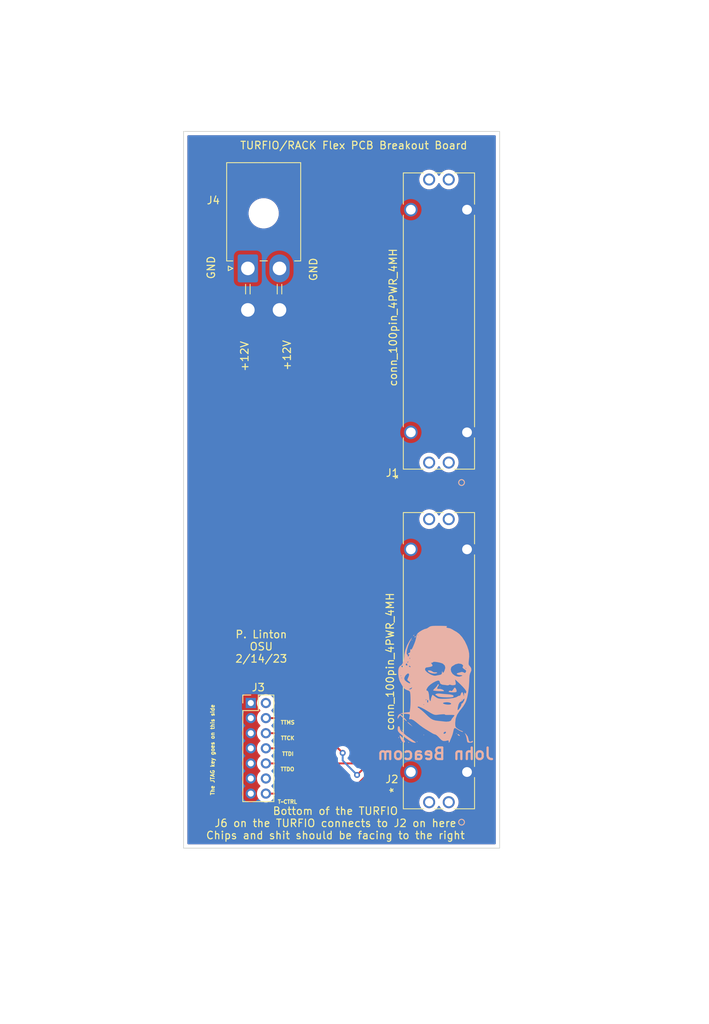
<source format=kicad_pcb>
(kicad_pcb (version 20211014) (generator pcbnew)
  (layers (0 "F.Cu" signal) (31 "B.Cu" signal) (34 "B.Paste" user) (35 "F.Paste" user) (36 "B.SilkS" user "B.Silkscreen") (37 "F.SilkS" user "F.Silkscreen") (38 "B.Mask" user) (39 "F.Mask" user) (44 "Edge.Cuts" user))
  (net 0 "")
  (net 151 "/T~CTRL")
  (net 152 "/TTDI")
  (net 153 "/TTDO")
  (net 154 "/TTCK")
  (net 155 "/TTMS")
  (net 201 "GND")
  (net 204 "+12V")
  (footprint "Silk:beacom_silkscreen_negative_v1" (layer "F.Cu") (at 107.9 124.8)
    (fp_text reference "John Beacom" (at 0.0508 9.2202) (layer "B.SilkS") (effects (font (size 1.524 1.524) (thickness 0.3)) (justify mirror)))
    (fp_text value "LOGO" hide)
  )
  (footprint "footprints:FX23-100P-0.5SV15" (layer "F.Cu") (at 108.39 76.68 90)
    (fp_text reference "J1" (at -20.1248 -6.177848) (layer "F.SilkS"))
    (fp_text value "conn_100pin_4PWR_4MH" (at 0.4752 -6.077848 90) (layer "F.SilkS"))
    (fp_text user "*" (at -20.6248 -5.377848 90) (layer "F.SilkS"))
    (pad "1" smd rect (at -12.250001 3.000002 90) (size 0.3048 1.905) (layers "F.Cu" "F.Paste" "F.Mask"))
    (pad "2" smd rect (at -11.749999 3.000002 90) (size 0.3048 1.905) (layers "F.Cu" "F.Paste" "F.Mask"))
    (pad "3" smd rect (at -11.25 3.000002 90) (size 0.3048 1.905) (layers "F.Cu" "F.Paste" "F.Mask"))
    (pad "4" smd rect (at -10.750001 3.000002 90) (size 0.3048 1.905) (layers "F.Cu" "F.Paste" "F.Mask"))
    (pad "5" smd rect (at -10.25 3.000002 90) (size 0.3048 1.905) (layers "F.Cu" "F.Paste" "F.Mask"))
    (pad "6" smd rect (at -9.750001 3.000002 90) (size 0.3048 1.905) (layers "F.Cu" "F.Paste" "F.Mask"))
    (pad "7" smd rect (at -9.249999 3.000002 90) (size 0.3048 1.905) (layers "F.Cu" "F.Paste" "F.Mask"))
    (pad "8" smd rect (at -8.75 3.000002 90) (size 0.3048 1.905) (layers "F.Cu" "F.Paste" "F.Mask"))
    (pad "9" smd rect (at -8.250001 3.000002 90) (size 0.3048 1.905) (layers "F.Cu" "F.Paste" "F.Mask"))
    (pad "10" smd rect (at -7.75 3.000002 90) (size 0.3048 1.905) (layers "F.Cu" "F.Paste" "F.Mask"))
    (pad "11" smd rect (at -7.250001 3.000002 90) (size 0.3048 1.905) (layers "F.Cu" "F.Paste" "F.Mask"))
    (pad "12" smd rect (at -6.749999 3.000002 90) (size 0.3048 1.905) (layers "F.Cu" "F.Paste" "F.Mask"))
    (pad "13" smd rect (at -6.25 3.000002 90) (size 0.3048 1.905) (layers "F.Cu" "F.Paste" "F.Mask"))
    (pad "14" smd rect (at -5.750001 3.000002 90) (size 0.3048 1.905) (layers "F.Cu" "F.Paste" "F.Mask"))
    (pad "15" smd rect (at -5.25 3.000002 90) (size 0.3048 1.905) (layers "F.Cu" "F.Paste" "F.Mask"))
    (pad "16" smd rect (at -4.750001 3.000002 90) (size 0.3048 1.905) (layers "F.Cu" "F.Paste" "F.Mask"))
    (pad "17" smd rect (at -4.249999 3.000002 90) (size 0.3048 1.905) (layers "F.Cu" "F.Paste" "F.Mask"))
    (pad "18" smd rect (at -3.75 3.000002 90) (size 0.3048 1.905) (layers "F.Cu" "F.Paste" "F.Mask"))
    (pad "19" smd rect (at -3.250001 3.000002 90) (size 0.3048 1.905) (layers "F.Cu" "F.Paste" "F.Mask"))
    (pad "20" smd rect (at -2.75 3.000002 90) (size 0.3048 1.905) (layers "F.Cu" "F.Paste" "F.Mask"))
    (pad "21" smd rect (at -2.250001 3.000002 90) (size 0.3048 1.905) (layers "F.Cu" "F.Paste" "F.Mask"))
    (pad "22" smd rect (at -1.749999 3.000002 90) (size 0.3048 1.905) (layers "F.Cu" "F.Paste" "F.Mask"))
    (pad "23" smd rect (at -1.25 3.000002 90) (size 0.3048 1.905) (layers "F.Cu" "F.Paste" "F.Mask"))
    (pad "24" smd rect (at -0.750001 3.000002 90) (size 0.3048 1.905) (layers "F.Cu" "F.Paste" "F.Mask"))
    (pad "25" smd rect (at -0.25 3.000002 90) (size 0.3048 1.905) (layers "F.Cu" "F.Paste" "F.Mask"))
    (pad "26" smd rect (at 0.25 3.000002 90) (size 0.3048 1.905) (layers "F.Cu" "F.Paste" "F.Mask"))
    (pad "27" smd rect (at 0.749998 3.000002 90) (size 0.3048 1.905) (layers "F.Cu" "F.Paste" "F.Mask"))
    (pad "28" smd rect (at 1.25 3.000002 90) (size 0.3048 1.905) (layers "F.Cu" "F.Paste" "F.Mask"))
    (pad "29" smd rect (at 1.749999 3.000002 90) (size 0.3048 1.905) (layers "F.Cu" "F.Paste" "F.Mask"))
    (pad "30" smd rect (at 2.250001 3.000002 90) (size 0.3048 1.905) (layers "F.Cu" "F.Paste" "F.Mask"))
    (pad "31" smd rect (at 2.75 3.000002 90) (size 0.3048 1.905) (layers "F.Cu" "F.Paste" "F.Mask"))
    (pad "32" smd rect (at 3.249999 3.000002 90) (size 0.3048 1.905) (layers "F.Cu" "F.Paste" "F.Mask"))
    (pad "33" smd rect (at 3.75 3.000002 90) (size 0.3048 1.905) (layers "F.Cu" "F.Paste" "F.Mask"))
    (pad "34" smd rect (at 4.249999 3.000002 90) (size 0.3048 1.905) (layers "F.Cu" "F.Paste" "F.Mask"))
    (pad "35" smd rect (at 4.750001 3.000002 90) (size 0.3048 1.905) (layers "F.Cu" "F.Paste" "F.Mask"))
    (pad "36" smd rect (at 5.25 3.000002 90) (size 0.3048 1.905) (layers "F.Cu" "F.Paste" "F.Mask"))
    (pad "37" smd rect (at 5.749999 3.000002 90) (size 0.3048 1.905) (layers "F.Cu" "F.Paste" "F.Mask"))
    (pad "38" smd rect (at 6.25 3.000002 90) (size 0.3048 1.905) (layers "F.Cu" "F.Paste" "F.Mask"))
    (pad "39" smd rect (at 6.749999 3.000002 90) (size 0.3048 1.905) (layers "F.Cu" "F.Paste" "F.Mask"))
    (pad "40" smd rect (at 7.250001 3.000002 90) (size 0.3048 1.905) (layers "F.Cu" "F.Paste" "F.Mask"))
    (pad "41" smd rect (at 7.75 3.000002 90) (size 0.3048 1.905) (layers "F.Cu" "F.Paste" "F.Mask"))
    (pad "42" smd rect (at 8.249999 3.000002 90) (size 0.3048 1.905) (layers "F.Cu" "F.Paste" "F.Mask"))
    (pad "43" smd rect (at 8.75 3.000002 90) (size 0.3048 1.905) (layers "F.Cu" "F.Paste" "F.Mask"))
    (pad "44" smd rect (at 9.249999 3.000002 90) (size 0.3048 1.905) (layers "F.Cu" "F.Paste" "F.Mask"))
    (pad "45" smd rect (at 9.750001 3.000002 90) (size 0.3048 1.905) (layers "F.Cu" "F.Paste" "F.Mask"))
    (pad "46" smd rect (at 10.25 3.000002 90) (size 0.3048 1.905) (layers "F.Cu" "F.Paste" "F.Mask"))
    (pad "47" smd rect (at 10.749999 3.000002 90) (size 0.3048 1.905) (layers "F.Cu" "F.Paste" "F.Mask"))
    (pad "48" smd rect (at 11.25 3.000002 90) (size 0.3048 1.905) (layers "F.Cu" "F.Paste" "F.Mask"))
    (pad "49" smd rect (at 11.749999 3.000002 90) (size 0.3048 1.905) (layers "F.Cu" "F.Paste" "F.Mask"))
    (pad "50" smd rect (at 12.250001 3.000002 90) (size 0.3048 1.905) (layers "F.Cu" "F.Paste" "F.Mask"))
    (pad "51" smd rect (at -12.250001 -3.000002 90) (size 0.3048 1.905) (layers "F.Cu" "F.Paste" "F.Mask"))
    (pad "52" smd rect (at -11.749999 -3.000002 90) (size 0.3048 1.905) (layers "F.Cu" "F.Paste" "F.Mask"))
    (pad "53" smd rect (at -11.25 -3.000002 90) (size 0.3048 1.905) (layers "F.Cu" "F.Paste" "F.Mask"))
    (pad "54" smd rect (at -10.750001 -3.000002 90) (size 0.3048 1.905) (layers "F.Cu" "F.Paste" "F.Mask"))
    (pad "55" smd rect (at -10.25 -3.000002 90) (size 0.3048 1.905) (layers "F.Cu" "F.Paste" "F.Mask"))
    (pad "56" smd rect (at -9.750001 -3.000002 90) (size 0.3048 1.905) (layers "F.Cu" "F.Paste" "F.Mask"))
    (pad "57" smd rect (at -9.249999 -3.000002 90) (size 0.3048 1.905) (layers "F.Cu" "F.Paste" "F.Mask"))
    (pad "58" smd rect (at -8.75 -3.000002 90) (size 0.3048 1.905) (layers "F.Cu" "F.Paste" "F.Mask"))
    (pad "59" smd rect (at -8.250001 -3.000002 90) (size 0.3048 1.905) (layers "F.Cu" "F.Paste" "F.Mask"))
    (pad "60" smd rect (at -7.75 -3.000002 90) (size 0.3048 1.905) (layers "F.Cu" "F.Paste" "F.Mask"))
    (pad "61" smd rect (at -7.250001 -3.000002 90) (size 0.3048 1.905) (layers "F.Cu" "F.Paste" "F.Mask"))
    (pad "62" smd rect (at -6.749999 -3.000002 90) (size 0.3048 1.905) (layers "F.Cu" "F.Paste" "F.Mask"))
    (pad "63" smd rect (at -6.25 -3.000002 90) (size 0.3048 1.905) (layers "F.Cu" "F.Paste" "F.Mask"))
    (pad "64" smd rect (at -5.750001 -3.000002 90) (size 0.3048 1.905) (layers "F.Cu" "F.Paste" "F.Mask"))
    (pad "65" smd rect (at -5.25 -3.000002 90) (size 0.3048 1.905) (layers "F.Cu" "F.Paste" "F.Mask"))
    (pad "66" smd rect (at -4.750001 -3.000002 90) (size 0.3048 1.905) (layers "F.Cu" "F.Paste" "F.Mask"))
    (pad "67" smd rect (at -4.249999 -3.000002 90) (size 0.3048 1.905) (layers "F.Cu" "F.Paste" "F.Mask"))
    (pad "68" smd rect (at -3.75 -3.000002 90) (size 0.3048 1.905) (layers "F.Cu" "F.Paste" "F.Mask"))
    (pad "69" smd rect (at -3.250001 -3.000002 90) (size 0.3048 1.905) (layers "F.Cu" "F.Paste" "F.Mask"))
    (pad "70" smd rect (at -2.75 -3.000002 90) (size 0.3048 1.905) (layers "F.Cu" "F.Paste" "F.Mask"))
    (pad "71" smd rect (at -2.250001 -3.000002 90) (size 0.3048 1.905) (layers "F.Cu" "F.Paste" "F.Mask"))
    (pad "72" smd rect (at -1.749999 -3.000002 90) (size 0.3048 1.905) (layers "F.Cu" "F.Paste" "F.Mask"))
    (pad "73" smd rect (at -1.25 -3.000002 90) (size 0.3048 1.905) (layers "F.Cu" "F.Paste" "F.Mask"))
    (pad "74" smd rect (at -0.750001 -3.000002 90) (size 0.3048 1.905) (layers "F.Cu" "F.Paste" "F.Mask"))
    (pad "75" smd rect (at -0.25 -3.000002 90) (size 0.3048 1.905) (layers "F.Cu" "F.Paste" "F.Mask"))
    (pad "76" smd rect (at 0.25 -3.000002 90) (size 0.3048 1.905) (layers "F.Cu" "F.Paste" "F.Mask"))
    (pad "77" smd rect (at 0.749998 -3.000002 90) (size 0.3048 1.905) (layers "F.Cu" "F.Paste" "F.Mask"))
    (pad "78" smd rect (at 1.25 -3.000002 90) (size 0.3048 1.905) (layers "F.Cu" "F.Paste" "F.Mask"))
    (pad "79" smd rect (at 1.749999 -3.000002 90) (size 0.3048 1.905) (layers "F.Cu" "F.Paste" "F.Mask"))
    (pad "80" smd rect (at 2.250001 -3.000002 90) (size 0.3048 1.905) (layers "F.Cu" "F.Paste" "F.Mask"))
    (pad "81" smd rect (at 2.75 -3.000002 90) (size 0.3048 1.905) (layers "F.Cu" "F.Paste" "F.Mask"))
    (pad "82" smd rect (at 3.249999 -3.000002 90) (size 0.3048 1.905) (layers "F.Cu" "F.Paste" "F.Mask"))
    (pad "83" smd rect (at 3.75 -3.000002 90) (size 0.3048 1.905) (layers "F.Cu" "F.Paste" "F.Mask"))
    (pad "84" smd rect (at 4.249999 -3.000002 90) (size 0.3048 1.905) (layers "F.Cu" "F.Paste" "F.Mask"))
    (pad "85" smd rect (at 4.750001 -3.000002 90) (size 0.3048 1.905) (layers "F.Cu" "F.Paste" "F.Mask"))
    (pad "86" smd rect (at 5.25 -3.000002 90) (size 0.3048 1.905) (layers "F.Cu" "F.Paste" "F.Mask"))
    (pad "87" smd rect (at 5.749999 -3.000002 90) (size 0.3048 1.905) (layers "F.Cu" "F.Paste" "F.Mask"))
    (pad "88" smd rect (at 6.25 -3.000002 90) (size 0.3048 1.905) (layers "F.Cu" "F.Paste" "F.Mask"))
    (pad "89" smd rect (at 6.749999 -3.000002 90) (size 0.3048 1.905) (layers "F.Cu" "F.Paste" "F.Mask"))
    (pad "90" smd rect (at 7.250001 -3.000002 90) (size 0.3048 1.905) (layers "F.Cu" "F.Paste" "F.Mask"))
    (pad "91" smd rect (at 7.75 -3.000002 90) (size 0.3048 1.905) (layers "F.Cu" "F.Paste" "F.Mask"))
    (pad "92" smd rect (at 8.249999 -3.000002 90) (size 0.3048 1.905) (layers "F.Cu" "F.Paste" "F.Mask"))
    (pad "93" smd rect (at 8.75 -3.000002 90) (size 0.3048 1.905) (layers "F.Cu" "F.Paste" "F.Mask"))
    (pad "94" smd rect (at 9.249999 -3.000002 90) (size 0.3048 1.905) (layers "F.Cu" "F.Paste" "F.Mask"))
    (pad "95" smd rect (at 9.750001 -3.000002 90) (size 0.3048 1.905) (layers "F.Cu" "F.Paste" "F.Mask"))
    (pad "96" smd rect (at 10.25 -3.000002 90) (size 0.3048 1.905) (layers "F.Cu" "F.Paste" "F.Mask"))
    (pad "97" smd rect (at 10.749999 -3.000002 90) (size 0.3048 1.905) (layers "F.Cu" "F.Paste" "F.Mask"))
    (pad "98" smd rect (at 11.25 -3.000002 90) (size 0.3048 1.905) (layers "F.Cu" "F.Paste" "F.Mask"))
    (pad "99" smd rect (at 11.749999 -3.000002 90) (size 0.3048 1.905) (layers "F.Cu" "F.Paste" "F.Mask"))
    (pad "100" smd rect (at 12.250001 -3.000002 90) (size 0.3048 1.905) (layers "F.Cu" "F.Paste" "F.Mask"))
    (pad "101" thru_hole circle (at -14.749996 3.724999 90) (size 1.8034 1.8034) (drill 1.2954) (layers *.Cu *.Mask) (net 204 "+12V"))
    (pad "102" thru_hole circle (at 14.749996 3.724999 90) (size 1.8034 1.8034) (drill 1.2954) (layers *.Cu *.Mask) (net 204 "+12V"))
    (pad "103" thru_hole circle (at -14.749996 -3.724999 90) (size 1.8034 1.8034) (drill 1.2954) (layers *.Cu *.Mask) (net 201 "GND"))
    (pad "104" thru_hole circle (at 14.749996 -3.724999 90) (size 1.8034 1.8034) (drill 1.2954) (layers *.Cu *.Mask) (net 201 "GND"))
    (pad "105" thru_hole circle (at -18.750001 -1.3 90) (size 1.6002 1.6002) (drill 1.0922) (layers *.Cu *.Mask))
    (pad "106" thru_hole circle (at 18.750001 -1.3 90) (size 1.6002 1.6002) (drill 1.0922) (layers *.Cu *.Mask))
    (pad "107" thru_hole circle (at -18.750001 1.3 90) (size 1.6002 1.6002) (drill 1.0922) (layers *.Cu *.Mask))
    (pad "108" thru_hole circle (at 18.750001 1.3 90) (size 1.6002 1.6002) (drill 1.0922) (layers *.Cu *.Mask))
  )
  (footprint "Connector_Molex:Molex_Mini-Fit_Jr_5569-04A2_2x02_P4.20mm_Horizontal" (layer "F.Cu") (at 83.04 69.71)
    (fp_text reference "J4" (at -4.58 -9.01) (layer "F.SilkS"))
    (fp_text value "Conn_02x02_Counter_Clockwise")
    (pad "" np_thru_hole circle (at 2.1 -7.3) (size 3 3) (drill 3) (layers *.Cu *.Mask))
    (pad "1" thru_hole roundrect (at 0 0) (size 2.7 3.7) (drill 1.8) (layers *.Cu *.Mask) (roundrect_rratio 0.092593) (net 201 "GND"))
    (pad "2" thru_hole oval (at 4.2 0) (size 2.7 3.7) (drill 1.8) (layers *.Cu *.Mask) (net 201 "GND"))
    (pad "3" thru_hole oval (at 0 5.5) (size 2.7 3.7) (drill 1.8) (layers *.Cu *.Mask) (net 204 "+12V"))
    (pad "4" thru_hole oval (at 4.2 5.5) (size 2.7 3.7) (drill 1.8) (layers *.Cu *.Mask) (net 204 "+12V"))
  )
  (footprint "footprints:FX23-100P-0.5SV15" (layer "F.Cu") (at 108.39 121.68 90)
    (fp_text reference "J2" (at -15.71 -6.24) (layer "F.SilkS"))
    (fp_text value "conn_100pin_4PWR_4MH" (at -0.1248 -6.477848 90) (layer "F.SilkS"))
    (fp_text user "*" (at -17.16 -5.98 90) (layer "F.SilkS"))
    (pad "1" smd rect (at -12.250001 3.000002 90) (size 0.3048 1.905) (layers "F.Cu" "F.Paste" "F.Mask"))
    (pad "2" smd rect (at -11.749999 3.000002 90) (size 0.3048 1.905) (layers "F.Cu" "F.Paste" "F.Mask"))
    (pad "3" smd rect (at -11.25 3.000002 90) (size 0.3048 1.905) (layers "F.Cu" "F.Paste" "F.Mask"))
    (pad "4" smd rect (at -10.750001 3.000002 90) (size 0.3048 1.905) (layers "F.Cu" "F.Paste" "F.Mask"))
    (pad "5" smd rect (at -10.25 3.000002 90) (size 0.3048 1.905) (layers "F.Cu" "F.Paste" "F.Mask"))
    (pad "6" smd rect (at -9.750001 3.000002 90) (size 0.3048 1.905) (layers "F.Cu" "F.Paste" "F.Mask"))
    (pad "7" smd rect (at -9.249999 3.000002 90) (size 0.3048 1.905) (layers "F.Cu" "F.Paste" "F.Mask"))
    (pad "8" smd rect (at -8.75 3.000002 90) (size 0.3048 1.905) (layers "F.Cu" "F.Paste" "F.Mask"))
    (pad "9" smd rect (at -8.250001 3.000002 90) (size 0.3048 1.905) (layers "F.Cu" "F.Paste" "F.Mask"))
    (pad "10" smd rect (at -7.75 3.000002 90) (size 0.3048 1.905) (layers "F.Cu" "F.Paste" "F.Mask"))
    (pad "11" smd rect (at -7.250001 3.000002 90) (size 0.3048 1.905) (layers "F.Cu" "F.Paste" "F.Mask"))
    (pad "12" smd rect (at -6.749999 3.000002 90) (size 0.3048 1.905) (layers "F.Cu" "F.Paste" "F.Mask"))
    (pad "13" smd rect (at -6.25 3.000002 90) (size 0.3048 1.905) (layers "F.Cu" "F.Paste" "F.Mask"))
    (pad "14" smd rect (at -5.750001 3.000002 90) (size 0.3048 1.905) (layers "F.Cu" "F.Paste" "F.Mask"))
    (pad "15" smd rect (at -5.25 3.000002 90) (size 0.3048 1.905) (layers "F.Cu" "F.Paste" "F.Mask"))
    (pad "16" smd rect (at -4.750001 3.000002 90) (size 0.3048 1.905) (layers "F.Cu" "F.Paste" "F.Mask"))
    (pad "17" smd rect (at -4.249999 3.000002 90) (size 0.3048 1.905) (layers "F.Cu" "F.Paste" "F.Mask"))
    (pad "18" smd rect (at -3.75 3.000002 90) (size 0.3048 1.905) (layers "F.Cu" "F.Paste" "F.Mask"))
    (pad "19" smd rect (at -3.250001 3.000002 90) (size 0.3048 1.905) (layers "F.Cu" "F.Paste" "F.Mask"))
    (pad "20" smd rect (at -2.75 3.000002 90) (size 0.3048 1.905) (layers "F.Cu" "F.Paste" "F.Mask"))
    (pad "21" smd rect (at -2.250001 3.000002 90) (size 0.3048 1.905) (layers "F.Cu" "F.Paste" "F.Mask"))
    (pad "22" smd rect (at -1.749999 3.000002 90) (size 0.3048 1.905) (layers "F.Cu" "F.Paste" "F.Mask"))
    (pad "23" smd rect (at -1.25 3.000002 90) (size 0.3048 1.905) (layers "F.Cu" "F.Paste" "F.Mask"))
    (pad "24" smd rect (at -0.750001 3.000002 90) (size 0.3048 1.905) (layers "F.Cu" "F.Paste" "F.Mask"))
    (pad "25" smd rect (at -0.25 3.000002 90) (size 0.3048 1.905) (layers "F.Cu" "F.Paste" "F.Mask"))
    (pad "26" smd rect (at 0.25 3.000002 90) (size 0.3048 1.905) (layers "F.Cu" "F.Paste" "F.Mask"))
    (pad "27" smd rect (at 0.749998 3.000002 90) (size 0.3048 1.905) (layers "F.Cu" "F.Paste" "F.Mask"))
    (pad "28" smd rect (at 1.25 3.000002 90) (size 0.3048 1.905) (layers "F.Cu" "F.Paste" "F.Mask"))
    (pad "29" smd rect (at 1.749999 3.000002 90) (size 0.3048 1.905) (layers "F.Cu" "F.Paste" "F.Mask"))
    (pad "30" smd rect (at 2.250001 3.000002 90) (size 0.3048 1.905) (layers "F.Cu" "F.Paste" "F.Mask"))
    (pad "31" smd rect (at 2.75 3.000002 90) (size 0.3048 1.905) (layers "F.Cu" "F.Paste" "F.Mask"))
    (pad "32" smd rect (at 3.249999 3.000002 90) (size 0.3048 1.905) (layers "F.Cu" "F.Paste" "F.Mask"))
    (pad "33" smd rect (at 3.75 3.000002 90) (size 0.3048 1.905) (layers "F.Cu" "F.Paste" "F.Mask"))
    (pad "34" smd rect (at 4.249999 3.000002 90) (size 0.3048 1.905) (layers "F.Cu" "F.Paste" "F.Mask"))
    (pad "35" smd rect (at 4.750001 3.000002 90) (size 0.3048 1.905) (layers "F.Cu" "F.Paste" "F.Mask"))
    (pad "36" smd rect (at 5.25 3.000002 90) (size 0.3048 1.905) (layers "F.Cu" "F.Paste" "F.Mask"))
    (pad "37" smd rect (at 5.749999 3.000002 90) (size 0.3048 1.905) (layers "F.Cu" "F.Paste" "F.Mask"))
    (pad "38" smd rect (at 6.25 3.000002 90) (size 0.3048 1.905) (layers "F.Cu" "F.Paste" "F.Mask"))
    (pad "39" smd rect (at 6.749999 3.000002 90) (size 0.3048 1.905) (layers "F.Cu" "F.Paste" "F.Mask"))
    (pad "40" smd rect (at 7.250001 3.000002 90) (size 0.3048 1.905) (layers "F.Cu" "F.Paste" "F.Mask"))
    (pad "41" smd rect (at 7.75 3.000002 90) (size 0.3048 1.905) (layers "F.Cu" "F.Paste" "F.Mask"))
    (pad "42" smd rect (at 8.249999 3.000002 90) (size 0.3048 1.905) (layers "F.Cu" "F.Paste" "F.Mask"))
    (pad "43" smd rect (at 8.75 3.000002 90) (size 0.3048 1.905) (layers "F.Cu" "F.Paste" "F.Mask"))
    (pad "44" smd rect (at 9.249999 3.000002 90) (size 0.3048 1.905) (layers "F.Cu" "F.Paste" "F.Mask"))
    (pad "45" smd rect (at 9.750001 3.000002 90) (size 0.3048 1.905) (layers "F.Cu" "F.Paste" "F.Mask"))
    (pad "46" smd rect (at 10.25 3.000002 90) (size 0.3048 1.905) (layers "F.Cu" "F.Paste" "F.Mask"))
    (pad "47" smd rect (at 10.749999 3.000002 90) (size 0.3048 1.905) (layers "F.Cu" "F.Paste" "F.Mask"))
    (pad "48" smd rect (at 11.25 3.000002 90) (size 0.3048 1.905) (layers "F.Cu" "F.Paste" "F.Mask"))
    (pad "49" smd rect (at 11.749999 3.000002 90) (size 0.3048 1.905) (layers "F.Cu" "F.Paste" "F.Mask"))
    (pad "50" smd rect (at 12.250001 3.000002 90) (size 0.3048 1.905) (layers "F.Cu" "F.Paste" "F.Mask"))
    (pad "51" smd rect (at -12.250001 -3.000002 90) (size 0.3048 1.905) (layers "F.Cu" "F.Paste" "F.Mask") (net 151 "/T~CTRL"))
    (pad "52" smd rect (at -11.749999 -3.000002 90) (size 0.3048 1.905) (layers "F.Cu" "F.Paste" "F.Mask") (net 152 "/TTDI"))
    (pad "53" smd rect (at -11.25 -3.000002 90) (size 0.3048 1.905) (layers "F.Cu" "F.Paste" "F.Mask") (net 153 "/TTDO"))
    (pad "54" smd rect (at -10.750001 -3.000002 90) (size 0.3048 1.905) (layers "F.Cu" "F.Paste" "F.Mask") (net 154 "/TTCK"))
    (pad "55" smd rect (at -10.25 -3.000002 90) (size 0.3048 1.905) (layers "F.Cu" "F.Paste" "F.Mask") (net 155 "/TTMS"))
    (pad "56" smd rect (at -9.750001 -3.000002 90) (size 0.3048 1.905) (layers "F.Cu" "F.Paste" "F.Mask"))
    (pad "57" smd rect (at -9.249999 -3.000002 90) (size 0.3048 1.905) (layers "F.Cu" "F.Paste" "F.Mask"))
    (pad "58" smd rect (at -8.75 -3.000002 90) (size 0.3048 1.905) (layers "F.Cu" "F.Paste" "F.Mask"))
    (pad "59" smd rect (at -8.250001 -3.000002 90) (size 0.3048 1.905) (layers "F.Cu" "F.Paste" "F.Mask"))
    (pad "60" smd rect (at -7.75 -3.000002 90) (size 0.3048 1.905) (layers "F.Cu" "F.Paste" "F.Mask"))
    (pad "61" smd rect (at -7.250001 -3.000002 90) (size 0.3048 1.905) (layers "F.Cu" "F.Paste" "F.Mask"))
    (pad "62" smd rect (at -6.749999 -3.000002 90) (size 0.3048 1.905) (layers "F.Cu" "F.Paste" "F.Mask"))
    (pad "63" smd rect (at -6.25 -3.000002 90) (size 0.3048 1.905) (layers "F.Cu" "F.Paste" "F.Mask"))
    (pad "64" smd rect (at -5.750001 -3.000002 90) (size 0.3048 1.905) (layers "F.Cu" "F.Paste" "F.Mask"))
    (pad "65" smd rect (at -5.25 -3.000002 90) (size 0.3048 1.905) (layers "F.Cu" "F.Paste" "F.Mask"))
    (pad "66" smd rect (at -4.750001 -3.000002 90) (size 0.3048 1.905) (layers "F.Cu" "F.Paste" "F.Mask"))
    (pad "67" smd rect (at -4.249999 -3.000002 90) (size 0.3048 1.905) (layers "F.Cu" "F.Paste" "F.Mask"))
    (pad "68" smd rect (at -3.75 -3.000002 90) (size 0.3048 1.905) (layers "F.Cu" "F.Paste" "F.Mask"))
    (pad "69" smd rect (at -3.250001 -3.000002 90) (size 0.3048 1.905) (layers "F.Cu" "F.Paste" "F.Mask"))
    (pad "70" smd rect (at -2.75 -3.000002 90) (size 0.3048 1.905) (layers "F.Cu" "F.Paste" "F.Mask"))
    (pad "71" smd rect (at -2.250001 -3.000002 90) (size 0.3048 1.905) (layers "F.Cu" "F.Paste" "F.Mask"))
    (pad "72" smd rect (at -1.749999 -3.000002 90) (size 0.3048 1.905) (layers "F.Cu" "F.Paste" "F.Mask"))
    (pad "73" smd rect (at -1.25 -3.000002 90) (size 0.3048 1.905) (layers "F.Cu" "F.Paste" "F.Mask"))
    (pad "74" smd rect (at -0.750001 -3.000002 90) (size 0.3048 1.905) (layers "F.Cu" "F.Paste" "F.Mask"))
    (pad "75" smd rect (at -0.25 -3.000002 90) (size 0.3048 1.905) (layers "F.Cu" "F.Paste" "F.Mask"))
    (pad "76" smd rect (at 0.25 -3.000002 90) (size 0.3048 1.905) (layers "F.Cu" "F.Paste" "F.Mask"))
    (pad "77" smd rect (at 0.749998 -3.000002 90) (size 0.3048 1.905) (layers "F.Cu" "F.Paste" "F.Mask"))
    (pad "78" smd rect (at 1.25 -3.000002 90) (size 0.3048 1.905) (layers "F.Cu" "F.Paste" "F.Mask"))
    (pad "79" smd rect (at 1.749999 -3.000002 90) (size 0.3048 1.905) (layers "F.Cu" "F.Paste" "F.Mask"))
    (pad "80" smd rect (at 2.250001 -3.000002 90) (size 0.3048 1.905) (layers "F.Cu" "F.Paste" "F.Mask"))
    (pad "81" smd rect (at 2.75 -3.000002 90) (size 0.3048 1.905) (layers "F.Cu" "F.Paste" "F.Mask"))
    (pad "82" smd rect (at 3.249999 -3.000002 90) (size 0.3048 1.905) (layers "F.Cu" "F.Paste" "F.Mask"))
    (pad "83" smd rect (at 3.75 -3.000002 90) (size 0.3048 1.905) (layers "F.Cu" "F.Paste" "F.Mask"))
    (pad "84" smd rect (at 4.249999 -3.000002 90) (size 0.3048 1.905) (layers "F.Cu" "F.Paste" "F.Mask"))
    (pad "85" smd rect (at 4.750001 -3.000002 90) (size 0.3048 1.905) (layers "F.Cu" "F.Paste" "F.Mask"))
    (pad "86" smd rect (at 5.25 -3.000002 90) (size 0.3048 1.905) (layers "F.Cu" "F.Paste" "F.Mask"))
    (pad "87" smd rect (at 5.749999 -3.000002 90) (size 0.3048 1.905) (layers "F.Cu" "F.Paste" "F.Mask"))
    (pad "88" smd rect (at 6.25 -3.000002 90) (size 0.3048 1.905) (layers "F.Cu" "F.Paste" "F.Mask"))
    (pad "89" smd rect (at 6.749999 -3.000002 90) (size 0.3048 1.905) (layers "F.Cu" "F.Paste" "F.Mask"))
    (pad "90" smd rect (at 7.250001 -3.000002 90) (size 0.3048 1.905) (layers "F.Cu" "F.Paste" "F.Mask"))
    (pad "91" smd rect (at 7.75 -3.000002 90) (size 0.3048 1.905) (layers "F.Cu" "F.Paste" "F.Mask"))
    (pad "92" smd rect (at 8.249999 -3.000002 90) (size 0.3048 1.905) (layers "F.Cu" "F.Paste" "F.Mask"))
    (pad "93" smd rect (at 8.75 -3.000002 90) (size 0.3048 1.905) (layers "F.Cu" "F.Paste" "F.Mask"))
    (pad "94" smd rect (at 9.249999 -3.000002 90) (size 0.3048 1.905) (layers "F.Cu" "F.Paste" "F.Mask"))
    (pad "95" smd rect (at 9.750001 -3.000002 90) (size 0.3048 1.905) (layers "F.Cu" "F.Paste" "F.Mask"))
    (pad "96" smd rect (at 10.25 -3.000002 90) (size 0.3048 1.905) (layers "F.Cu" "F.Paste" "F.Mask"))
    (pad "97" smd rect (at 10.749999 -3.000002 90) (size 0.3048 1.905) (layers "F.Cu" "F.Paste" "F.Mask"))
    (pad "98" smd rect (at 11.25 -3.000002 90) (size 0.3048 1.905) (layers "F.Cu" "F.Paste" "F.Mask"))
    (pad "99" smd rect (at 11.749999 -3.000002 90) (size 0.3048 1.905) (layers "F.Cu" "F.Paste" "F.Mask"))
    (pad "100" smd rect (at 12.250001 -3.000002 90) (size 0.3048 1.905) (layers "F.Cu" "F.Paste" "F.Mask"))
    (pad "101" thru_hole circle (at -14.749996 3.724999 90) (size 1.8034 1.8034) (drill 1.2954) (layers *.Cu *.Mask) (net 204 "+12V"))
    (pad "102" thru_hole circle (at 14.749996 3.724999 90) (size 1.8034 1.8034) (drill 1.2954) (layers *.Cu *.Mask) (net 204 "+12V"))
    (pad "103" thru_hole circle (at -14.749996 -3.724999 90) (size 1.8034 1.8034) (drill 1.2954) (layers *.Cu *.Mask) (net 201 "GND"))
    (pad "104" thru_hole circle (at 14.749996 -3.724999 90) (size 1.8034 1.8034) (drill 1.2954) (layers *.Cu *.Mask) (net 201 "GND"))
    (pad "105" thru_hole circle (at -18.750001 -1.3 90) (size 1.6002 1.6002) (drill 1.0922) (layers *.Cu *.Mask))
    (pad "106" thru_hole circle (at 18.750001 -1.3 90) (size 1.6002 1.6002) (drill 1.0922) (layers *.Cu *.Mask))
    (pad "107" thru_hole circle (at -18.750001 1.3 90) (size 1.6002 1.6002) (drill 1.0922) (layers *.Cu *.Mask))
    (pad "108" thru_hole circle (at 18.750001 1.3 90) (size 1.6002 1.6002) (drill 1.0922) (layers *.Cu *.Mask))
  )
  (footprint "Connector_PinHeader_2.00mm:PinHeader_2x07_P2.00mm_Vertical" (layer "F.Cu") (at 83.43 127.29)
    (fp_text reference "J3" (at 1 -2.06) (layer "F.SilkS"))
    (fp_text value "Conn_02x07_Odd_Even")
    (pad "1" thru_hole rect (at 0 0) (size 1.35 1.35) (drill 0.8) (layers *.Cu *.Mask) (net 201 "GND"))
    (pad "2" thru_hole oval (at 2 0) (size 1.35 1.35) (drill 0.8) (layers *.Cu *.Mask))
    (pad "3" thru_hole oval (at 0 2) (size 1.35 1.35) (drill 0.8) (layers *.Cu *.Mask) (net 201 "GND"))
    (pad "4" thru_hole oval (at 2 2) (size 1.35 1.35) (drill 0.8) (layers *.Cu *.Mask) (net 155 "/TTMS"))
    (pad "5" thru_hole oval (at 0 4) (size 1.35 1.35) (drill 0.8) (layers *.Cu *.Mask) (net 201 "GND"))
    (pad "6" thru_hole oval (at 2 4) (size 1.35 1.35) (drill 0.8) (layers *.Cu *.Mask) (net 154 "/TTCK"))
    (pad "7" thru_hole oval (at 0 6) (size 1.35 1.35) (drill 0.8) (layers *.Cu *.Mask) (net 201 "GND"))
    (pad "8" thru_hole oval (at 2 6) (size 1.35 1.35) (drill 0.8) (layers *.Cu *.Mask) (net 152 "/TTDI"))
    (pad "9" thru_hole oval (at 0 8) (size 1.35 1.35) (drill 0.8) (layers *.Cu *.Mask) (net 201 "GND"))
    (pad "10" thru_hole oval (at 2 8) (size 1.35 1.35) (drill 0.8) (layers *.Cu *.Mask) (net 153 "/TTDO"))
    (pad "11" thru_hole oval (at 0 10) (size 1.35 1.35) (drill 0.8) (layers *.Cu *.Mask) (net 201 "GND"))
    (pad "12" thru_hole oval (at 2 10) (size 1.35 1.35) (drill 0.8) (layers *.Cu *.Mask))
    (pad "13" thru_hole oval (at 0 12) (size 1.35 1.35) (drill 0.8) (layers *.Cu *.Mask) (net 201 "GND"))
    (pad "14" thru_hole oval (at 2 12) (size 1.35 1.35) (drill 0.8) (layers *.Cu *.Mask) (net 151 "/T~CTRL"))
  )
  (gr_rect (start 74.51 51.56) (end 116.44 146.52) (layer "Edge.Cuts") (width 0.1) (fill none))
  (gr_text "GND" (at 78.17 69.59 90) (layer "F.SilkS") (effects (font (size 1 1))))
  (gr_text "TTDI" (at 88.35 134.03) (layer "F.SilkS") (effects (font (size 0.5 0.5) (thickness 0.125))))
  (gr_text "+12V" (at 88.23 81.22 90) (layer "F.SilkS") (effects (font (size 1 1))))
  (gr_text "Bottom of the TURFIO\nJ6 on the TURFIO connects to J2 on here\nChips and shit should be facing to the right" (at 94.66 143.21) (layer "F.SilkS") (effects (font (size 1 1))))
  (gr_text "P. Linton\nOSU\n2/14/23" (at 84.82 119.81) (layer "F.SilkS") (effects (font (size 1 1))))
  (gr_text "TTMS" (at 88.32 129.87) (layer "F.SilkS") (effects (font (size 0.5 0.5) (thickness 0.125))))
  (gr_text "+12V" (at 82.61 81.35 90) (layer "F.SilkS") (effects (font (size 1 1))))
  (gr_text "TTCK" (at 88.32 131.94) (layer "F.SilkS") (effects (font (size 0.5 0.5) (thickness 0.125))))
  (gr_text "The JTAG key goes on this side" (at 78.36 133.49 90) (layer "F.SilkS") (effects (font (size 0.5 0.5) (thickness 0.125))))
  (gr_text "TURFIO/RACK Flex PCB Breakout Board" (at 97.09 53.41) (layer "F.SilkS") (effects (font (size 1 1))))
  (gr_text "TTDO" (at 88.29 136.06) (layer "F.SilkS") (effects (font (size 0.5 0.5) (thickness 0.125))))
  (gr_text "T~CTRL" (at 88.29 140.38) (layer "F.SilkS") (effects (font (size 0.5 0.5) (thickness 0.125))))
  (gr_text "GND" (at 91.74 69.84 90) (layer "F.SilkS") (effects (font (size 1 1))))
  (segment (start 105.389998 133.930001) (end 101.699999 133.930001) (width 0.25) (layer "F.Cu") (net 151))
  (segment (start 101.699999 133.930001) (end 96.34 139.29) (width 0.25) (layer "F.Cu") (net 151))
  (segment (start 96.34 139.29) (end 85.43 139.29) (width 0.25) (layer "F.Cu") (net 151))
  (segment (start 100.920001 133.429999) (end 97.53 136.82) (width 0.25) (layer "F.Cu") (net 152))
  (segment (start 95.01 133.29) (end 85.43 133.29) (width 0.25) (layer "F.Cu") (net 152))
  (segment (start 95.62 133.9) (end 95.01 133.29) (width 0.25) (layer "F.Cu") (net 152))
  (segment (start 105.389998 133.429999) (end 100.920001 133.429999) (width 0.25) (layer "F.Cu") (net 152))
  (via (at 97.53 136.82) (size 0.8) (drill 0.4) (layers "F.Cu" "B.Cu") (net 152))
  (via (at 95.62 133.9) (size 0.8) (drill 0.4) (layers "F.Cu" "B.Cu") (net 152))
  (segment (start 97.53 136.82) (end 95.62 134.91) (width 0.25) (layer "B.Cu") (net 152))
  (segment (start 95.62 134.91) (end 95.62 133.9) (width 0.25) (layer "B.Cu") (net 152))
  (segment (start 98.17 135.29) (end 85.43 135.29) (width 0.25) (layer "F.Cu") (net 153))
  (segment (start 100.53 132.93) (end 98.17 135.29) (width 0.25) (layer "F.Cu") (net 153))
  (segment (start 105.389998 132.93) (end 100.53 132.93) (width 0.25) (layer "F.Cu") (net 153))
  (segment (start 95.880001 132.430001) (end 94.74 131.29) (width 0.25) (layer "F.Cu") (net 154))
  (segment (start 94.74 131.29) (end 85.43 131.29) (width 0.25) (layer "F.Cu") (net 154))
  (segment (start 105.389998 132.430001) (end 95.880001 132.430001) (width 0.25) (layer "F.Cu") (net 154))
  (segment (start 105.389998 131.93) (end 96.001576 131.93) (width 0.25) (layer "F.Cu") (net 155))
  (segment (start 93.361576 129.29) (end 85.43 129.29) (width 0.25) (layer "F.Cu") (net 155))
  (segment (start 96.001576 131.93) (end 93.361576 129.29) (width 0.25) (layer "F.Cu") (net 155))
  (zone (net 201) (net_name "GND") (layer "F.Cu") (connect_pads yes (clearance 0.508)) (min_thickness 0.254) (fill yes (thermal_gap 0.508) (thermal_bridge_width 0.508))
    (polygon (pts (xy 138.63 163.8) (xy 57.66 164.9) (xy 59.87 43.72) (xy 57.62 42.93) (xy 129.92 40.32)))
  )
  (zone (net 204) (net_name "+12V") (layer "B.Cu") (connect_pads yes (clearance 0.508)) (min_thickness 0.254) (fill yes (thermal_gap 0.508) (thermal_bridge_width 0.508))
    (polygon (pts (xy 144.24 169.83) (xy 50.16 167.91) (xy 56.24 36.34) (xy 56.56 35.75) (xy 138.48 34.15)))
  )
)
</source>
